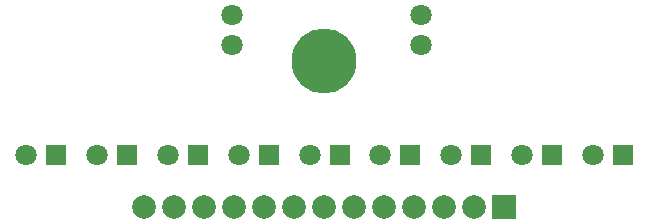
<source format=gts>
%TF.GenerationSoftware,KiCad,Pcbnew,8.0.1*%
%TF.CreationDate,2024-06-22T15:15:02+02:00*%
%TF.ProjectId,BMW E30 VFL SI Indicator,424d5720-4533-4302-9056-464c20534920,rev?*%
%TF.SameCoordinates,Original*%
%TF.FileFunction,Soldermask,Top*%
%TF.FilePolarity,Negative*%
%FSLAX46Y46*%
G04 Gerber Fmt 4.6, Leading zero omitted, Abs format (unit mm)*
G04 Created by KiCad (PCBNEW 8.0.1) date 2024-06-22 15:15:02*
%MOMM*%
%LPD*%
G01*
G04 APERTURE LIST*
%ADD10R,1.800000X1.800000*%
%ADD11C,1.800000*%
%ADD12C,5.500000*%
%ADD13R,2.000000X2.000000*%
%ADD14C,2.000000*%
G04 APERTURE END LIST*
D10*
%TO.C,D5*%
X151575000Y-86000000D03*
D11*
X149035000Y-86000000D03*
%TD*%
D10*
%TO.C,D9*%
X127575000Y-86000000D03*
D11*
X125035000Y-86000000D03*
%TD*%
D10*
%TO.C,D1*%
X175575000Y-86000000D03*
D11*
X173035000Y-86000000D03*
%TD*%
D10*
%TO.C,D4*%
X157575000Y-86000000D03*
D11*
X155035000Y-86000000D03*
%TD*%
D10*
%TO.C,D6*%
X145575000Y-86000000D03*
D11*
X143035000Y-86000000D03*
%TD*%
D10*
%TO.C,D7*%
X139575000Y-86000000D03*
D11*
X137035000Y-86000000D03*
%TD*%
D10*
%TO.C,D8*%
X133575000Y-86000000D03*
D11*
X131035000Y-86000000D03*
%TD*%
%TO.C,LA2*%
X158500000Y-76700000D03*
X158500000Y-74160000D03*
%TD*%
%TO.C,LA1*%
X142500000Y-74160000D03*
X142500000Y-76700000D03*
%TD*%
D10*
%TO.C,D3*%
X163575000Y-86000000D03*
D11*
X161035000Y-86000000D03*
%TD*%
D12*
%TO.C,H1*%
X150300000Y-78000000D03*
%TD*%
D13*
%TO.C,J1*%
X165540000Y-90360000D03*
D14*
X163000000Y-90360000D03*
X160460000Y-90360000D03*
X157920000Y-90360000D03*
X155380000Y-90360000D03*
X152840000Y-90360000D03*
X150300000Y-90360000D03*
X147760000Y-90360000D03*
X145220000Y-90360000D03*
X142680000Y-90360000D03*
X140140000Y-90360000D03*
X137600000Y-90360000D03*
X135060000Y-90360000D03*
%TD*%
D10*
%TO.C,D2*%
X169575000Y-86000000D03*
D11*
X167035000Y-86000000D03*
%TD*%
M02*

</source>
